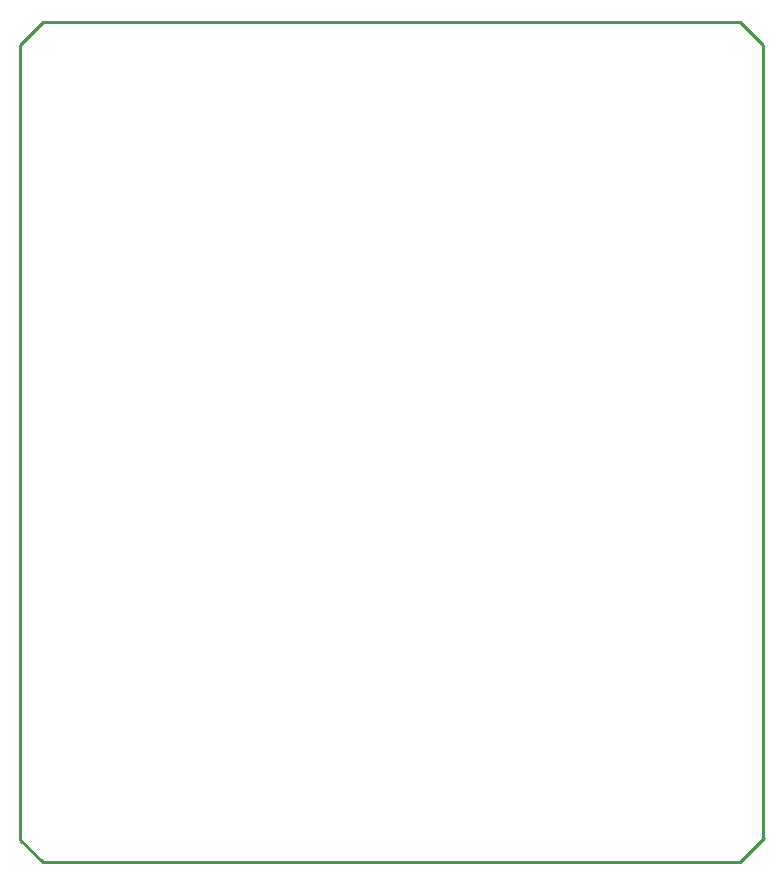
<source format=gm1>
G04*
G04 #@! TF.GenerationSoftware,Altium Limited,Altium Designer,22.9.1 (49)*
G04*
G04 Layer_Color=16711935*
%FSLAX25Y25*%
%MOIN*%
G70*
G04*
G04 #@! TF.SameCoordinates,2D7BEFF4-9F28-405B-851C-CABBC44A95C7*
G04*
G04*
G04 #@! TF.FilePolarity,Positive*
G04*
G01*
G75*
%ADD15C,0.01000*%
D15*
X0Y7500D02*
X7500Y0D01*
X0Y7500D02*
Y272500D01*
X7500Y0D02*
X239500D01*
X0Y272500D02*
X7500Y280000D01*
X240000D01*
X247500Y272500D01*
Y8000D02*
Y272500D01*
X239783Y0D02*
X247783Y8000D01*
M02*

</source>
